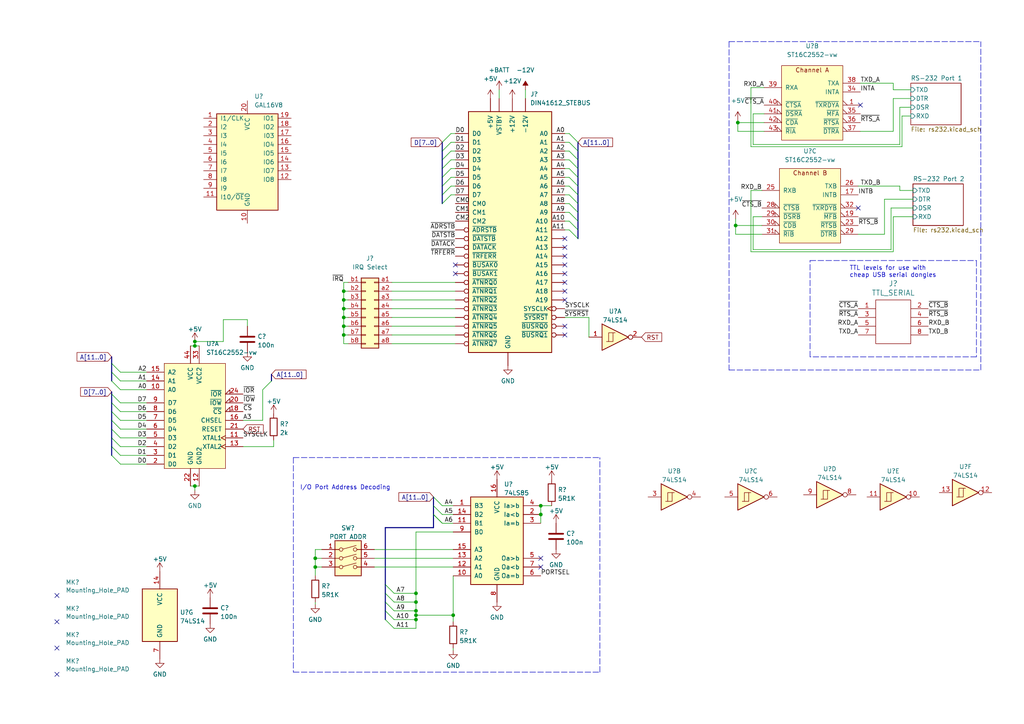
<source format=kicad_sch>
(kicad_sch (version 20211123) (generator eeschema)
  (paper "A4")
  (lib_symbols
    (symbol "+5V_1" (power) (pin_names (offset 0))
      (property "Value" "+5V_1" (at 0 3.556 0))
      (symbol "+5V_1_0_1"
        (polyline (pts (xy -0.762 1.27) (xy 0 2.54)))
        (polyline (pts (xy 0 0) (xy 0 2.54)))
        (polyline (pts (xy 0 2.54) (xy 0.762 1.27)))
      )
      (symbol "+5V_1_1_1"
        (pin power_in line (at 0 0 90) (length 0) hide (name "+5V") (number "1"))
      )
    )
    (symbol "+5V_2" (power) (pin_names (offset 0))
      (property "Value" "+5V_2" (at 0 3.556 0))
      (symbol "+5V_2_0_1"
        (polyline (pts (xy -0.762 1.27) (xy 0 2.54)))
        (polyline (pts (xy 0 0) (xy 0 2.54)))
        (polyline (pts (xy 0 2.54) (xy 0.762 1.27)))
      )
      (symbol "+5V_2_1_1"
        (pin power_in line (at 0 0 90) (length 0) hide (name "+5V") (number "1"))
      )
    )
    (symbol "74xx:74LS14" (pin_names (offset 1.016))
      (property "Reference" "U" (at 0 1.27 0))
      (property "Value" "74LS14" (at 0 -1.27 0))
      (symbol "74LS14_1_0"
        (polyline (pts (xy -3.81 3.81) (xy -3.81 -3.81) (xy 3.81 0) (xy -3.81 3.81)) (stroke (width 0.254)) (fill (type background)))
        (pin input line (at -7.62 0 0) (length 3.81) (name "~") (number "1"))
        (pin output inverted (at 7.62 0 180) (length 3.81) (name "~") (number "2"))
      )
      (symbol "74LS14_1_1"
        (polyline (pts (xy -1.905 -1.27) (xy -1.905 1.27) (xy -0.635 1.27)))
        (polyline (pts (xy -2.54 -1.27) (xy -0.635 -1.27) (xy -0.635 1.27) (xy 0 1.27)))
      )
      (symbol "74LS14_2_0"
        (polyline (pts (xy -3.81 3.81) (xy -3.81 -3.81) (xy 3.81 0) (xy -3.81 3.81)) (stroke (width 0.254)) (fill (type background)))
        (pin input line (at -7.62 0 0) (length 3.81) (name "~") (number "3"))
        (pin output inverted (at 7.62 0 180) (length 3.81) (name "~") (number "4"))
      )
      (symbol "74LS14_2_1"
        (polyline (pts (xy -1.905 -1.27) (xy -1.905 1.27) (xy -0.635 1.27)))
        (polyline (pts (xy -2.54 -1.27) (xy -0.635 -1.27) (xy -0.635 1.27) (xy 0 1.27)))
      )
      (symbol "74LS14_3_0"
        (polyline (pts (xy -3.81 3.81) (xy -3.81 -3.81) (xy 3.81 0) (xy -3.81 3.81)) (stroke (width 0.254)) (fill (type background)))
        (pin input line (at -7.62 0 0) (length 3.81) (name "~") (number "5"))
        (pin output inverted (at 7.62 0 180) (length 3.81) (name "~") (number "6"))
      )
      (symbol "74LS14_3_1"
        (polyline (pts (xy -1.905 -1.27) (xy -1.905 1.27) (xy -0.635 1.27)))
        (polyline (pts (xy -2.54 -1.27) (xy -0.635 -1.27) (xy -0.635 1.27) (xy 0 1.27)))
      )
      (symbol "74LS14_4_0"
        (polyline (pts (xy -3.81 3.81) (xy -3.81 -3.81) (xy 3.81 0) (xy -3.81 3.81)) (stroke (width 0.254)) (fill (type background)))
        (pin output inverted (at 7.62 0 180) (length 3.81) (name "~") (number "8"))
        (pin input line (at -7.62 0 0) (length 3.81) (name "~") (number "9"))
      )
      (symbol "74LS14_4_1"
        (polyline (pts (xy -1.905 -1.27) (xy -1.905 1.27) (xy -0.635 1.27)))
        (polyline (pts (xy -2.54 -1.27) (xy -0.635 -1.27) (xy -0.635 1.27) (xy 0 1.27)))
      )
      (symbol "74LS14_5_0"
        (polyline (pts (xy -3.81 3.81) (xy -3.81 -3.81) (xy 3.81 0) (xy -3.81 3.81)) (stroke (width 0.254)) (fill (type background)))
        (pin output inverted (at 7.62 0 180) (length 3.81) (name "~") (number "10"))
        (pin input line (at -7.62 0 0) (length 3.81) (name "~") (number "11"))
      )
      (symbol "74LS14_5_1"
        (polyline (pts (xy -1.905 -1.27) (xy -1.905 1.27) (xy -0.635 1.27)))
        (polyline (pts (xy -2.54 -1.27) (xy -0.635 -1.27) (xy -0.635 1.27) (xy 0 1.27)))
      )
      (symbol "74LS14_6_0"
        (polyline (pts (xy -3.81 3.81) (xy -3.81 -3.81) (xy 3.81 0) (xy -3.81 3.81)) (stroke (width 0.254)) (fill (type background)))
        (pin output inverted (at 7.62 0 180) (length 3.81) (name "~") (number "12"))
        (pin input line (at -7.62 0 0) (length 3.81) (name "~") (number "13"))
      )
      (symbol "74LS14_6_1"
        (polyline (pts (xy -1.905 -1.27) (xy -1.905 1.27) (xy -0.635 1.27)))
        (polyline (pts (xy -2.54 -1.27) (xy -0.635 -1.27) (xy -0.635 1.27) (xy 0 1.27)))
      )
      (symbol "74LS14_7_0"
        (pin power_in line (at 0 12.7 270) (length 5.08) (name "VCC") (number "14"))
        (pin power_in line (at 0 -12.7 90) (length 5.08) (name "GND") (number "7"))
      )
      (symbol "74LS14_7_1"
        (rectangle (start -5.08 7.62) (end 5.08 -7.62) (stroke (width 0.254)) (fill (type background)))
      )
    )
    (symbol "74xx:74LS85" (pin_names (offset 1.016))
      (property "Reference" "U" (at -7.62 13.97 0))
      (property "Value" "74LS85" (at -7.62 -13.97 0))
      (symbol "74LS85_1_0"
        (pin input line (at -12.7 10.16 0) (length 5.08) (name "B3") (number "1"))
        (pin input line (at -12.7 -10.16 0) (length 5.08) (name "A0") (number "10"))
        (pin input line (at -12.7 5.08 0) (length 5.08) (name "B1") (number "11"))
        (pin input line (at -12.7 -7.62 0) (length 5.08) (name "A1") (number "12"))
        (pin input line (at -12.7 -5.08 0) (length 5.08) (name "A2") (number "13"))
        (pin input line (at -12.7 7.62 0) (length 5.08) (name "B2") (number "14"))
        (pin input line (at -12.7 -2.54 0) (length 5.08) (name "A3") (number "15"))
        (pin power_in line (at 0 17.78 270) (length 5.08) (name "VCC") (number "16"))
        (pin input line (at 12.7 7.62 180) (length 5.08) (name "Ia<b") (number "2"))
        (pin input line (at 12.7 5.08 180) (length 5.08) (name "Ia=b") (number "3"))
        (pin input line (at 12.7 10.16 180) (length 5.08) (name "Ia>b") (number "4"))
        (pin output line (at 12.7 -5.08 180) (length 5.08) (name "Oa>b") (number "5"))
        (pin output line (at 12.7 -10.16 180) (length 5.08) (name "Oa=b") (number "6"))
        (pin output line (at 12.7 -7.62 180) (length 5.08) (name "Oa<b") (number "7"))
        (pin power_in line (at 0 -17.78 90) (length 5.08) (name "GND") (number "8"))
        (pin input line (at -12.7 2.54 0) (length 5.08) (name "B0") (number "9"))
      )
      (symbol "74LS85_1_1"
        (rectangle (start -7.62 12.7) (end 7.62 -12.7) (stroke (width 0.254)) (fill (type background)))
      )
    )
    (symbol "Connector_Generic:Conn_02x08_Row_Letter_First" (pin_names (offset 1.016) hide)
      (property "Reference" "J" (at 1.27 10.16 0))
      (property "Value" "Conn_02x08_Row_Letter_First" (at 1.27 -12.7 0))
      (symbol "Conn_02x08_Row_Letter_First_1_1"
        (rectangle (start -1.27 -10.033) (end 0 -10.287) (stroke (width 0.1524)))
        (rectangle (start -1.27 -7.493) (end 0 -7.747) (stroke (width 0.1524)))
        (rectangle (start -1.27 -4.953) (end 0 -5.207) (stroke (width 0.1524)))
        (rectangle (start -1.27 -2.413) (end 0 -2.667) (stroke (width 0.1524)))
        (rectangle (start -1.27 0.127) (end 0 -0.127) (stroke (width 0.1524)))
        (rectangle (start -1.27 2.667) (end 0 2.413) (stroke (width 0.1524)))
        (rectangle (start -1.27 5.207) (end 0 4.953) (stroke (width 0.1524)))
        (rectangle (start -1.27 7.747) (end 0 7.493) (stroke (width 0.1524)))
        (rectangle (start -1.27 8.89) (end 3.81 -11.43) (stroke (width 0.254)) (fill (type background)))
        (rectangle (start 3.81 -10.033) (end 2.54 -10.287) (stroke (width 0.1524)))
        (rectangle (start 3.81 -7.493) (end 2.54 -7.747) (stroke (width 0.1524)))
        (rectangle (start 3.81 -4.953) (end 2.54 -5.207) (stroke (width 0.1524)))
        (rectangle (start 3.81 -2.413) (end 2.54 -2.667) (stroke (width 0.1524)))
        (rectangle (start 3.81 0.127) (end 2.54 -0.127) (stroke (width 0.1524)))
        (rectangle (start 3.81 2.667) (end 2.54 2.413) (stroke (width 0.1524)))
        (rectangle (start 3.81 5.207) (end 2.54 4.953) (stroke (width 0.1524)))
        (rectangle (start 3.81 7.747) (end 2.54 7.493) (stroke (width 0.1524)))
        (pin passive line (at -5.08 7.62 0) (length 3.81) (name "Pin_a1") (number "a1"))
        (pin passive line (at -5.08 5.08 0) (length 3.81) (name "Pin_a2") (number "a2"))
        (pin passive line (at -5.08 2.54 0) (length 3.81) (name "Pin_a3") (number "a3"))
        (pin passive line (at -5.08 0 0) (length 3.81) (name "Pin_a4") (number "a4"))
        (pin passive line (at -5.08 -2.54 0) (length 3.81) (name "Pin_a5") (number "a5"))
        (pin passive line (at -5.08 -5.08 0) (length 3.81) (name "Pin_a6") (number "a6"))
        (pin passive line (at -5.08 -7.62 0) (length 3.81) (name "Pin_a7") (number "a7"))
        (pin passive line (at -5.08 -10.16 0) (length 3.81) (name "Pin_a8") (number "a8"))
        (pin passive line (at 7.62 7.62 180) (length 3.81) (name "Pin_b1") (number "b1"))
        (pin passive line (at 7.62 5.08 180) (length 3.81) (name "Pin_b2") (number "b2"))
        (pin passive line (at 7.62 2.54 180) (length 3.81) (name "Pin_b3") (number "b3"))
        (pin passive line (at 7.62 0 180) (length 3.81) (name "Pin_b4") (number "b4"))
        (pin passive line (at 7.62 -2.54 180) (length 3.81) (name "Pin_b5") (number "b5"))
        (pin passive line (at 7.62 -5.08 180) (length 3.81) (name "Pin_b6") (number "b6"))
        (pin passive line (at 7.62 -7.62 180) (length 3.81) (name "Pin_b7") (number "b7"))
        (pin passive line (at 7.62 -10.16 180) (length 3.81) (name "Pin_b8") (number "b8"))
      )
    )
    (symbol "Device:C" (pin_numbers hide) (pin_names (offset 0.254))
      (property "Reference" "C" (at 0.635 2.54 0))
      (property "Value" "C" (at 0.635 -2.54 0))
      (symbol "C_0_1"
        (polyline (pts (xy -2.032 -0.762) (xy 2.032 -0.762)) (stroke (width 0.508)))
        (polyline (pts (xy -2.032 0.762) (xy 2.032 0.762)) (stroke (width 0.508)))
      )
      (symbol "C_1_1"
        (pin passive line (at 0 3.81 270) (length 2.794) (name "~") (number "1"))
        (pin passive line (at 0 -3.81 90) (length 2.794) (name "~") (number "2"))
      )
    )
    (symbol "Device:R" (pin_numbers hide) (pin_names (offset 0))
      (property "Reference" "R" (at 2.032 0 90))
      (property "Value" "R" (at 0 0 90))
      (symbol "R_0_1"
        (rectangle (start -1.016 -2.54) (end 1.016 2.54) (stroke (width 0.254)))
      )
      (symbol "R_1_1"
        (pin passive line (at 0 3.81 270) (length 1.27) (name "~") (number "1"))
        (pin passive line (at 0 -3.81 90) (length 1.27) (name "~") (number "2"))
      )
    )
    (symbol "GND_1" (power) (pin_names (offset 0))
      (property "Value" "GND_1" (at 0 -3.81 0))
      (symbol "GND_1_0_1"
        (polyline (pts (xy 0 0) (xy 0 -1.27) (xy 1.27 -1.27) (xy 0 -2.54) (xy -1.27 -1.27) (xy 0 -1.27)))
      )
      (symbol "GND_1_1_1"
        (pin power_in line (at 0 0 270) (length 0) hide (name "GND") (number "1"))
      )
    )
    (symbol "GND_2" (power) (pin_names (offset 0))
      (property "Value" "GND_2" (at 0 -3.81 0))
      (symbol "GND_2_0_1"
        (polyline (pts (xy 0 0) (xy 0 -1.27) (xy 1.27 -1.27) (xy 0 -2.54) (xy -1.27 -1.27) (xy 0 -1.27)))
      )
      (symbol "GND_2_1_1"
        (pin power_in line (at 0 0 270) (length 0) hide (name "GND") (number "1"))
      )
    )
    (symbol "Logic_Programmable:GAL16V8" (pin_names (offset 1.016))
      (property "Reference" "U" (at -8.89 16.51 0))
      (property "Value" "GAL16V8" (at 1.27 16.51 0))
      (symbol "GAL16V8_0_0"
        (pin power_in line (at 0 -17.78 90) (length 3.81) (name "GND") (number "10"))
        (pin power_in line (at 0 17.78 270) (length 3.81) (name "VCC") (number "20"))
      )
      (symbol "GAL16V8_0_1"
        (rectangle (start -8.89 13.97) (end 8.89 -13.97) (stroke (width 0.254)) (fill (type background)))
      )
      (symbol "GAL16V8_1_1"
        (pin input line (at -12.7 12.7 0) (length 3.81) (name "I1/CLK") (number "1"))
        (pin input line (at -12.7 -10.16 0) (length 3.81) (name "I10/~{OE}") (number "11"))
        (pin tri_state line (at 12.7 -5.08 180) (length 3.81) (name "IO8") (number "12"))
        (pin tri_state line (at 12.7 -2.54 180) (length 3.81) (name "IO7") (number "13"))
        (pin tri_state line (at 12.7 0 180) (length 3.81) (name "IO6") (number "14"))
        (pin tri_state line (at 12.7 2.54 180) (length 3.81) (name "IO5") (number "15"))
        (pin tri_state line (at 12.7 5.08 180) (length 3.81) (name "IO4") (number "16"))
        (pin tri_state line (at 12.7 7.62 180) (length 3.81) (name "I03") (number "17"))
        (pin tri_state line (at 12.7 10.16 180) (length 3.81) (name "IO2") (number "18"))
        (pin tri_state line (at 12.7 12.7 180) (length 3.81) (name "IO1") (number "19"))
        (pin input line (at -12.7 10.16 0) (length 3.81) (name "I2") (number "2"))
        (pin input line (at -12.7 7.62 0) (length 3.81) (name "I3") (number "3"))
        (pin input line (at -12.7 5.08 0) (length 3.81) (name "I4") (number "4"))
        (pin input line (at -12.7 2.54 0) (length 3.81) (name "I5") (number "5"))
        (pin input line (at -12.7 0 0) (length 3.81) (name "I6") (number "6"))
        (pin input line (at -12.7 -2.54 0) (length 3.81) (name "I7") (number "7"))
        (pin input line (at -12.7 -5.08 0) (length 3.81) (name "I8") (number "8"))
        (pin input line (at -12.7 -7.62 0) (length 3.81) (name "I9") (number "9"))
      )
    )
    (symbol "Switch:SW_DIP_x03" (pin_names (offset 0) hide)
      (property "Reference" "SW" (at 0 8.89 0))
      (property "Value" "SW_DIP_x03" (at 0 -3.81 0))
      (symbol "SW_DIP_x03_0_0"
        (circle (center -2.032 0) (radius 0.508))
        (circle (center -2.032 2.54) (radius 0.508))
        (circle (center -2.032 5.08) (radius 0.508))
        (polyline (pts (xy -1.524 0.127) (xy 2.3622 1.1684)))
        (polyline (pts (xy -1.524 2.667) (xy 2.3622 3.7084)))
        (polyline (pts (xy -1.524 5.207) (xy 2.3622 6.2484)))
        (circle (center 2.032 0) (radius 0.508))
        (circle (center 2.032 2.54) (radius 0.508))
        (circle (center 2.032 5.08) (radius 0.508))
      )
      (symbol "SW_DIP_x03_0_1"
        (rectangle (start -3.81 7.62) (end 3.81 -2.54) (stroke (width 0.254)) (fill (type background)))
      )
      (symbol "SW_DIP_x03_1_1"
        (pin passive line (at -7.62 5.08 0) (length 5.08) (name "~") (number "1"))
        (pin passive line (at -7.62 2.54 0) (length 5.08) (name "~") (number "2"))
        (pin passive line (at -7.62 0 0) (length 5.08) (name "~") (number "3"))
        (pin passive line (at 7.62 0 180) (length 5.08) (name "~") (number "4"))
        (pin passive line (at 7.62 2.54 180) (length 5.08) (name "~") (number "5"))
        (pin passive line (at 7.62 5.08 180) (length 5.08) (name "~") (number "6"))
      )
    )
    (symbol "power:+12V" (power) (pin_names (offset 0))
      (property "Value" "+12V" (at 0 3.556 0))
      (symbol "+12V_0_1"
        (polyline (pts (xy -0.762 1.27) (xy 0 2.54)))
        (polyline (pts (xy 0 0) (xy 0 2.54)))
        (polyline (pts (xy 0 2.54) (xy 0.762 1.27)))
      )
      (symbol "+12V_1_1"
        (pin power_in line (at 0 0 90) (length 0) hide (name "+12V") (number "1"))
      )
    )
    (symbol "power:+5V" (power) (pin_names (offset 0))
      (property "Value" "+5V" (at 0 3.556 0))
      (symbol "+5V_0_1"
        (polyline (pts (xy -0.762 1.27) (xy 0 2.54)))
        (polyline (pts (xy 0 0) (xy 0 2.54)))
        (polyline (pts (xy 0 2.54) (xy 0.762 1.27)))
      )
      (symbol "+5V_1_1"
        (pin power_in line (at 0 0 90) (length 0) hide (name "+5V") (number "1"))
      )
    )
    (symbol "power:+BATT" (power) (pin_names (offset 0))
      (property "Value" "+BATT" (at 0 3.556 0))
      (symbol "+BATT_0_1"
        (polyline (pts (xy -0.762 1.27) (xy 0 2.54)))
        (polyline (pts (xy 0 0) (xy 0 2.54)))
        (polyline (pts (xy 0 2.54) (xy 0.762 1.27)))
      )
      (symbol "+BATT_1_1"
        (pin power_in line (at 0 0 90) (length 0) hide (name "+BATT") (number "1"))
      )
    )
    (symbol "power:-12V" (power) (pin_names (offset 0))
      (property "Value" "-12V" (at 0 3.81 0))
      (symbol "-12V_0_0"
        (pin power_in line (at 0 0 90) (length 0) hide (name "-12V") (number "1"))
      )
      (symbol "-12V_0_1"
        (polyline (pts (xy 0 0) (xy 0 1.27) (xy 0.762 1.27) (xy 0 2.54) (xy -0.762 1.27) (xy 0 1.27)) (fill (type outline)))
      )
    )
    (symbol "power:GND" (power) (pin_names (offset 0))
      (property "Value" "GND" (at 0 -3.81 0))
      (symbol "GND_0_1"
        (polyline (pts (xy 0 0) (xy 0 -1.27) (xy 1.27 -1.27) (xy 0 -2.54) (xy -1.27 -1.27) (xy 0 -1.27)))
      )
      (symbol "GND_1_1"
        (pin power_in line (at 0 0 270) (length 0) hide (name "GND") (number "1"))
      )
    )
    (symbol "vw:DIN41612_STEBUS" (pin_numbers hide) (pin_names (offset 1.016))
      (property "Reference" "J?" (at 7.62 39.37 0))
      (property "Value" "DIN41612_STEBUS" (at 15.24 36.83 0))
      (symbol "DIN41612_STEBUS_1_1"
        (rectangle (start -11.43 34.29) (end 12.7 -35.56) (stroke (width 0.254)) (fill (type background)))
        (pin passive line (at 0 3.81 0) (length 3.81) hide (name "GND") (number "a1"))
        (pin bidirectional line (at 16.51 12.7 180) (length 3.81) (name "A6") (number "a10"))
        (pin bidirectional line (at 16.51 7.62 180) (length 3.81) (name "A8") (number "a11"))
        (pin bidirectional line (at 16.51 2.54 180) (length 3.81) (name "A10") (number "a12"))
        (pin bidirectional line (at 16.51 -2.54 180) (length 3.81) (name "A12") (number "a13"))
        (pin bidirectional line (at 16.51 -7.62 180) (length 3.81) (name "A14") (number "a14"))
        (pin bidirectional line (at 16.51 -12.7 180) (length 3.81) (name "A16") (number "a15"))
        (pin bidirectional line (at 16.51 -17.78 180) (length 3.81) (name "A18") (number "a16"))
        (pin bidirectional line (at -15.24 7.62 0) (length 3.81) (name "CM0") (number "a17"))
        (pin bidirectional line (at -15.24 2.54 0) (length 3.81) (name "CM2") (number "a18"))
        (pin bidirectional inverted (at -15.24 0 0) (length 3.81) (name "~{ADRSTB}") (number "a19"))
        (pin passive line (at 0 21.59 0) (length 3.81) hide (name "+5V") (number "a2"))
        (pin bidirectional inverted (at -15.24 -5.08 0) (length 3.81) (name "~{DATACK}") (number "a20"))
        (pin bidirectional inverted (at -15.24 -7.62 0) (length 3.81) (name "~{TRFERR}") (number "a21"))
        (pin bidirectional inverted (at -15.24 -15.24 0) (length 3.81) (name "~{ATNRQ0}") (number "a22"))
        (pin bidirectional inverted (at -15.24 -20.32 0) (length 3.81) (name "~{ATNRQ2}") (number "a23"))
        (pin bidirectional inverted (at -15.24 -25.4 0) (length 3.81) (name "~{ATNRQ4}") (number "a24"))
        (pin bidirectional inverted (at -15.24 -30.48 0) (length 3.81) (name "~{ATNRQ6}") (number "a25"))
        (pin passive line (at 0 11.43 0) (length 3.81) hide (name "GND") (number "a26"))
        (pin bidirectional inverted (at 16.51 -27.94 180) (length 3.81) (name "~{BUSRQ0}") (number "a27"))
        (pin bidirectional inverted (at -15.24 -10.16 0) (length 3.81) (name "~{BUSAK0}") (number "a28"))
        (pin bidirectional inverted_clock (at 16.51 -22.86 180) (length 3.81) (name "SYSCLK") (number "a29"))
        (pin bidirectional line (at -15.24 27.94 0) (length 3.81) (name "D0") (number "a3"))
        (pin power_out line (at 5.08 38.1 270) (length 3.81) (name "-12V") (number "a30"))
        (pin power_out line (at -5.08 38.1 270) (length 3.81) (name "+5V") (number "a31"))
        (pin passive line (at 0 19.05 0) (length 3.81) hide (name "GND") (number "a32"))
        (pin bidirectional line (at -15.24 22.86 0) (length 3.81) (name "D2") (number "a4"))
        (pin bidirectional line (at -15.24 17.78 0) (length 3.81) (name "D4") (number "a5"))
        (pin bidirectional line (at -15.24 12.7 0) (length 3.81) (name "D6") (number "a6"))
        (pin bidirectional line (at 16.51 27.94 180) (length 3.81) (name "A0") (number "a7"))
        (pin bidirectional line (at 16.51 22.86 180) (length 3.81) (name "A2") (number "a8"))
        (pin bidirectional line (at 16.51 17.78 180) (length 3.81) (name "A4") (number "a9"))
        (pin power_out line (at 0 -39.37 90) (length 3.81) (name "GND") (number "c1"))
        (pin bidirectional line (at 16.51 15.24 180) (length 3.81) (name "A5") (number "c10"))
        (pin bidirectional line (at 16.51 10.16 180) (length 3.81) (name "A7") (number "c11"))
        (pin bidirectional line (at 16.51 5.08 180) (length 3.81) (name "A9") (number "c12"))
        (pin bidirectional line (at 16.51 0 180) (length 3.81) (name "A11") (number "c13"))
        (pin bidirectional line (at 16.51 -5.08 180) (length 3.81) (name "A13") (number "c14"))
        (pin bidirectional line (at 16.51 -10.16 180) (length 3.81) (name "A15") (number "c15"))
        (pin bidirectional line (at 16.51 -15.24 180) (length 3.81) (name "A17") (number "c16"))
        (pin bidirectional line (at 16.51 -20.32 180) (length 3.81) (name "A19") (number "c17"))
        (pin bidirectional line (at -15.24 5.08 0) (length 3.81) (name "CM1") (number "c18"))
        (pin passive line (at 0 13.97 0) (length 3.81) hide (name "GND") (number "c19"))
        (pin passive line (at 0 24.13 0) (length 3.81) hide (name "+5V") (number "c2"))
        (pin bidirectional inverted (at -15.24 -2.54 0) (length 3.81) (name "~{DATSTB}") (number "c20"))
        (pin passive line (at 0 8.89 0) (length 3.81) hide (name "GND") (number "c21"))
        (pin bidirectional inverted (at 16.51 -25.4 180) (length 3.81) (name "~{SYSRST}") (number "c22"))
        (pin bidirectional inverted (at -15.24 -17.78 0) (length 3.81) (name "~{ATNRQ1}") (number "c23"))
        (pin bidirectional inverted (at -15.24 -22.86 0) (length 3.81) (name "~{ATNRQ3}") (number "c24"))
        (pin bidirectional inverted (at -15.24 -27.94 0) (length 3.81) (name "~{ATNRQ5}") (number "c25"))
        (pin bidirectional inverted (at -15.24 -33.02 0) (length 3.81) (name "~{ATNRQ7}") (number "c26"))
        (pin bidirectional inverted (at 16.51 -30.48 180) (length 3.81) (name "~{BUSRQ1}") (number "c27"))
        (pin bidirectional inverted (at -15.24 -12.7 0) (length 3.81) (name "~{BUSAK1}") (number "c28"))
        (pin power_out line (at -2.54 38.1 270) (length 3.81) (name "VSTBY") (number "c29"))
        (pin bidirectional line (at -15.24 25.4 0) (length 3.81) (name "D1") (number "c3"))
        (pin power_out line (at 1.27 38.1 270) (length 3.81) (name "+12V") (number "c30"))
        (pin passive line (at 0 26.67 0) (length 3.81) hide (name "+5V") (number "c31"))
        (pin passive line (at 0 16.51 0) (length 3.81) hide (name "GND") (number "c32"))
        (pin bidirectional line (at -15.24 20.32 0) (length 3.81) (name "D3") (number "c4"))
        (pin bidirectional line (at -15.24 15.24 0) (length 3.81) (name "D5") (number "c5"))
        (pin bidirectional line (at -15.24 10.16 0) (length 3.81) (name "D7") (number "c6"))
        (pin passive line (at 0 6.35 0) (length 3.81) hide (name "GND") (number "c7"))
        (pin bidirectional line (at 16.51 25.4 180) (length 3.81) (name "A1") (number "c8"))
        (pin bidirectional line (at 16.51 20.32 180) (length 3.81) (name "A3") (number "c9"))
      )
    )
    (symbol "vw:ST16C2552-vw" (pin_names (offset 1.016))
      (property "Reference" "U" (at 5.08 16.51 0))
      (property "Value" "ST16C2552-vw" (at -10.16 16.51 0))
      (symbol "ST16C2552-vw_1_0"
        (rectangle (start -8.89 15.24) (end 8.89 -15.24) (fill (type background)))
        (pin input line (at -13.97 7.62 0) (length 5.08) (name "A0") (number "10"))
        (pin input clock (at 13.97 -6.35 180) (length 5.08) (name "XTAL1") (number "11"))
        (pin power_in line (at 1.27 -20.32 90) (length 5.08) (name "GND2") (number "12"))
        (pin output clock (at 13.97 -8.89 180) (length 5.08) (name "XTAL2") (number "13"))
        (pin input line (at -13.97 10.16 0) (length 5.08) (name "A1") (number "14"))
        (pin input line (at -13.97 12.7 0) (length 5.08) (name "A2") (number "15"))
        (pin input line (at 13.97 -1.27 180) (length 5.08) (name "CHSEL") (number "16"))
        (pin input input_low (at 13.97 1.27 180) (length 5.08) (name "~{CS}") (number "18"))
        (pin bidirectional line (at -13.97 -13.97 0) (length 5.08) (name "D0") (number "2"))
        (pin input input_low (at 13.97 3.81 180) (length 5.08) (name "~{IOW}") (number "20"))
        (pin input line (at 13.97 -3.81 180) (length 5.08) (name "RESET") (number "21"))
        (pin power_in line (at -1.27 -20.32 90) (length 5.08) (name "GND") (number "22"))
        (pin input input_low (at 13.97 6.35 180) (length 5.08) (name "~{IOR}") (number "24"))
        (pin bidirectional line (at -13.97 -11.43 0) (length 5.08) (name "D1") (number "3"))
        (pin power_in line (at 1.27 20.32 270) (length 5.08) (name "VCC2") (number "33"))
        (pin bidirectional line (at -13.97 -8.89 0) (length 5.08) (name "D2") (number "4"))
        (pin power_in line (at -1.27 20.32 270) (length 5.08) (name "VCC") (number "44"))
        (pin bidirectional line (at -13.97 -6.35 0) (length 5.08) (name "D3") (number "5"))
        (pin bidirectional line (at -13.97 -3.81 0) (length 5.08) (name "D4") (number "6"))
        (pin bidirectional line (at -13.97 -1.27 0) (length 5.08) (name "D5") (number "7"))
        (pin bidirectional line (at -13.97 1.27 0) (length 5.08) (name "D6") (number "8"))
        (pin bidirectional line (at -13.97 3.81 0) (length 5.08) (name "D7") (number "9"))
      )
      (symbol "ST16C2552-vw_2_0"
        (text "Channel A" (at 0 8.89 0) (effects (font (size 1.27 1.27))))
      )
      (symbol "ST16C2552-vw_2_1"
        (rectangle (start -8.89 10.16) (end 8.89 -11.43) (fill (type background)))
        (pin output output_low (at 13.97 -1.27 180) (length 5.08) (name "~{TXRDYA}") (number "1"))
        (pin output line (at 13.97 2.54 180) (length 5.08) (name "INTA") (number "34"))
        (pin output output_low (at 13.97 -3.81 180) (length 5.08) (name "~{MFA}") (number "35"))
        (pin output output_low (at 13.97 -6.35 180) (length 5.08) (name "~{RTSA}") (number "36"))
        (pin output output_low (at 13.97 -8.89 180) (length 5.08) (name "~{DTRA}") (number "37"))
        (pin output line (at 13.97 5.08 180) (length 5.08) (name "TXA") (number "38"))
        (pin input line (at -13.97 3.81 0) (length 5.08) (name "RXA") (number "39"))
        (pin input input_low (at -13.97 -1.27 0) (length 5.08) (name "~{CTSA}") (number "40"))
        (pin input input_low (at -13.97 -3.81 0) (length 5.08) (name "~{DSRA}") (number "41"))
        (pin input input_low (at -13.97 -6.35 0) (length 5.08) (name "~{CDA}") (number "42"))
        (pin input input_low (at -13.97 -8.89 0) (length 5.08) (name "~{RIA}") (number "43"))
      )
      (symbol "ST16C2552-vw_3_0"
        (pin input line (at -13.97 3.81 0) (length 5.08) (name "RXB") (number "25"))
        (pin output line (at 13.97 5.08 180) (length 5.08) (name "TXB") (number "26"))
      )
      (symbol "ST16C2552-vw_3_1"
        (rectangle (start -8.89 10.16) (end 8.89 -11.43) (fill (type background)))
        (text "Channel B" (at 0 8.89 0) (effects (font (size 1.27 1.27))))
        (pin output line (at 13.97 2.54 180) (length 5.08) (name "INTB") (number "17"))
        (pin output output_low (at 13.97 -3.81 180) (length 5.08) (name "~{MFB}") (number "19"))
        (pin output output_low (at 13.97 -6.35 180) (length 5.08) (name "~{RTSB}") (number "23"))
        (pin input input_low (at -13.97 -1.27 0) (length 5.08) (name "~{CTSB}") (number "28"))
        (pin input input_low (at -13.97 -3.81 0) (length 5.08) (name "~{DSRB}") (number "29"))
        (pin output output_low (at 13.97 -8.89 180) (length 5.08) (name "~{DTRB}") (number "29"))
        (pin input input_low (at -13.97 -6.35 0) (length 5.08) (name "~{CDB}") (number "30"))
        (pin input input_low (at -13.97 -8.89 0) (length 5.08) (name "~{RIB}") (number "31"))
        (pin output output_low (at 13.97 -1.27 180) (length 5.08) (name "~{TXRDYB}") (number "32"))
      )
    )
    (symbol "zara80-cpu-rescue:HEADER_2X4-header" (pin_names (offset 1.016))
      (property "Reference" "J" (at 0 7.62 0))
      (property "Value" "HEADER_2X4-header" (at 0 -7.62 0))
      (symbol "HEADER_2X4-header_0_1"
        (rectangle (start -5.08 6.35) (end 5.08 -6.35))
      )
      (symbol "HEADER_2X4-header_1_1"
        (pin passive line (at -10.16 3.81 0) (length 5.08) (name "~") (number "1"))
        (pin passive line (at 10.16 3.81 180) (length 5.08) (name "~") (number "2"))
        (pin passive line (at -10.16 1.27 0) (length 5.08) (name "~") (number "3"))
        (pin passive line (at 10.16 1.27 180) (length 5.08) (name "~") (number "4"))
        (pin passive line (at -10.16 -1.27 0) (length 5.08) (name "~") (number "5"))
        (pin passive line (at 10.16 -1.27 180) (length 5.08) (name "~") (number "6"))
        (pin passive line (at -10.16 -3.81 0) (length 5.08) (name "~") (number "7"))
        (pin passive line (at 10.16 -3.81 180) (length 5.08) (name "~") (number "8"))
      )
    )
  )
  (bus_alias "SYNC" (members "~{ADRSTB}" "~{DATSTB}" "~{DATACK}" "~{TRFERR}"))
  (junction (at 56.515 100.33))
  (junction (at 156.845 146.685))
  (junction (at 131.445 178.435))
  (junction (at 56.515 140.97))
  (junction (at 120.65 179.705))
  (junction (at 91.44 164.465))
  (junction (at 156.845 149.225))
  (junction (at 56.515 99.06))
  (junction (at 120.65 177.165))
  (junction (at 91.44 161.925))
  (junction (at 213.995 35.56))
  (junction (at 99.695 94.615))
  (junction (at 120.65 178.435))
  (junction (at 120.65 174.625))
  (junction (at 120.65 172.085))
  (junction (at 99.695 92.075))
  (junction (at 99.695 97.155))
  (junction (at 213.36 65.405))
  (junction (at 99.695 86.995))
  (junction (at 99.695 89.535))
  (junction (at 99.695 84.455))
  (no_connect (at 16.51 172.72))
  (no_connect (at 156.845 161.925))
  (no_connect (at 163.83 84.455))
  (no_connect (at 163.83 76.835))
  (no_connect (at 163.83 86.995))
  (no_connect (at 132.08 76.835))
  (no_connect (at 132.08 79.375))
  (no_connect (at 163.83 94.615))
  (no_connect (at 163.83 71.755))
  (no_connect (at 248.92 60.325))
  (no_connect (at 16.51 195.58))
  (no_connect (at 16.51 187.96))
  (no_connect (at 163.83 81.915))
  (no_connect (at 16.51 180.34))
  (no_connect (at 163.83 97.155))
  (no_connect (at 163.83 69.215))
  (no_connect (at 249.555 30.48))
  (no_connect (at 163.83 74.295))
  (no_connect (at 163.83 79.375))
  (no_connect (at 156.845 164.465))
  (bus_entry (at 111.76 172.085) (size 2.54 2.54))
  (bus_entry (at 32.385 129.54) (size 2.54 2.54))
  (bus_entry (at 165.1 46.355) (size 2.54 2.54))
  (bus_entry (at 165.1 59.055) (size 2.54 2.54))
  (bus_entry (at 32.385 105.41) (size 2.54 2.54))
  (bus_entry (at 165.1 48.895) (size 2.54 2.54))
  (bus_entry (at 111.76 179.705) (size 2.54 2.54))
  (bus_entry (at 78.74 110.49) (size -2.54 2.54))
  (bus_entry (at 130.81 43.815) (size -2.54 2.54))
  (bus_entry (at 32.385 114.3) (size 2.54 2.54))
  (bus_entry (at 125.73 149.225) (size 2.54 2.54))
  (bus_entry (at 130.81 53.975) (size -2.54 2.54))
  (bus_entry (at 165.1 64.135) (size 2.54 2.54))
  (bus_entry (at 32.385 132.08) (size 2.54 2.54))
  (bus_entry (at 165.1 66.675) (size 2.54 2.54))
  (bus_entry (at 165.1 56.515) (size 2.54 2.54))
  (bus_entry (at 125.73 144.145) (size 2.54 2.54))
  (bus_entry (at 130.81 56.515) (size -2.54 2.54))
  (bus_entry (at 130.81 48.895) (size -2.54 2.54))
  (bus_entry (at 165.1 51.435) (size 2.54 2.54))
  (bus_entry (at 32.385 110.49) (size 2.54 2.54))
  (bus_entry (at 32.385 119.38) (size 2.54 2.54))
  (bus_entry (at 125.73 149.225) (size 2.54 2.54))
  (bus_entry (at 165.1 41.275) (size 2.54 2.54))
  (bus_entry (at 32.385 116.84) (size 2.54 2.54))
  (bus_entry (at 165.1 38.735) (size 2.54 2.54))
  (bus_entry (at 165.1 61.595) (size 2.54 2.54))
  (bus_entry (at 130.81 38.735) (size -2.54 2.54))
  (bus_entry (at 125.73 146.685) (size 2.54 2.54))
  (bus_entry (at 111.76 174.625) (size 2.54 2.54))
  (bus_entry (at 32.385 124.46) (size 2.54 2.54))
  (bus_entry (at 165.1 53.975) (size 2.54 2.54))
  (bus_entry (at 111.76 177.165) (size 2.54 2.54))
  (bus_entry (at 130.81 46.355) (size -2.54 2.54))
  (bus_entry (at 32.385 127) (size 2.54 2.54))
  (bus_entry (at 130.81 41.275) (size -2.54 2.54))
  (bus_entry (at 165.1 43.815) (size 2.54 2.54))
  (bus_entry (at 111.76 169.545) (size 2.54 2.54))
  (bus_entry (at 32.385 107.95) (size 2.54 2.54))
  (bus_entry (at 32.385 121.92) (size 2.54 2.54))
  (bus_entry (at 130.81 51.435) (size -2.54 2.54))
  (wire (pts (xy 249.555 24.13) (xy 259.08 24.13)))
  (bus (pts (xy 111.76 177.165) (xy 111.76 179.705)))
  (wire (pts (xy 34.925 119.38) (xy 42.545 119.38)))
  (wire (pts (xy 120.65 182.245) (xy 120.65 179.705)))
  (wire (pts (xy 213.995 34.925) (xy 213.995 35.56)))
  (bus (pts (xy 128.27 41.275) (xy 128.27 43.815)))
  (wire (pts (xy 120.65 178.435) (xy 120.65 177.165)))
  (wire (pts (xy 113.665 84.455) (xy 132.08 84.455)))
  (wire (pts (xy 34.925 116.84) (xy 42.545 116.84)))
  (wire (pts (xy 213.36 65.405) (xy 220.98 65.405)))
  (wire (pts (xy 99.695 99.695) (xy 100.965 99.695)))
  (wire (pts (xy 130.81 46.355) (xy 132.08 46.355)))
  (wire (pts (xy 248.92 67.945) (xy 256.54 67.945)))
  (wire (pts (xy 261.62 42.545) (xy 261.62 33.655)))
  (bus (pts (xy 32.385 116.84) (xy 32.385 119.38)))
  (wire (pts (xy 100.965 84.455) (xy 99.695 84.455)))
  (wire (pts (xy 99.695 89.535) (xy 100.965 89.535)))
  (wire (pts (xy 259.08 73.025) (xy 259.08 62.865)))
  (wire (pts (xy 258.445 72.39) (xy 258.445 60.325)))
  (wire (pts (xy 70.485 129.54) (xy 79.375 129.54)))
  (wire (pts (xy 163.83 59.055) (xy 165.1 59.055)))
  (polyline (pts (xy 211.455 12.065) (xy 211.455 107.315)))
  (wire (pts (xy 259.08 26.035) (xy 264.16 26.035)))
  (polyline (pts (xy 211.455 107.315) (xy 284.48 107.315)))
  (wire (pts (xy 114.3 177.165) (xy 120.65 177.165)))
  (wire (pts (xy 99.695 92.075) (xy 99.695 94.615)))
  (wire (pts (xy 56.515 140.97) (xy 57.785 140.97)))
  (wire (pts (xy 218.44 62.865) (xy 218.44 72.39)))
  (wire (pts (xy 91.44 167.005) (xy 91.44 164.465)))
  (bus (pts (xy 128.27 46.355) (xy 128.27 48.895)))
  (bus (pts (xy 128.27 51.435) (xy 128.27 53.975)))
  (polyline (pts (xy 211.455 12.065) (xy 284.48 12.065)))
  (bus (pts (xy 32.385 121.92) (xy 32.385 124.46)))
  (wire (pts (xy 128.27 149.225) (xy 131.445 149.225)))
  (wire (pts (xy 99.695 94.615) (xy 99.695 97.155)))
  (wire (pts (xy 113.665 92.075) (xy 132.08 92.075)))
  (wire (pts (xy 163.83 53.975) (xy 165.1 53.975)))
  (bus (pts (xy 128.27 56.515) (xy 128.27 59.055)))
  (wire (pts (xy 99.695 97.155) (xy 99.695 99.695)))
  (wire (pts (xy 71.755 92.71) (xy 71.755 94.615)))
  (wire (pts (xy 34.925 113.03) (xy 42.545 113.03)))
  (wire (pts (xy 260.985 53.975) (xy 260.985 55.245)))
  (wire (pts (xy 114.3 182.245) (xy 120.65 182.245)))
  (polyline (pts (xy 284.48 107.315) (xy 284.48 12.065)))
  (bus (pts (xy 125.73 144.145) (xy 125.73 146.685)))
  (wire (pts (xy 120.65 177.165) (xy 120.65 174.625)))
  (wire (pts (xy 56.515 99.06) (xy 64.77 99.06)))
  (wire (pts (xy 108.585 164.465) (xy 131.445 164.465)))
  (wire (pts (xy 261.62 33.655) (xy 264.16 33.655)))
  (wire (pts (xy 79.375 127.635) (xy 79.375 129.54)))
  (bus (pts (xy 125.73 146.685) (xy 125.73 149.225)))
  (wire (pts (xy 64.77 99.06) (xy 64.77 92.71)))
  (wire (pts (xy 99.695 89.535) (xy 99.695 92.075)))
  (wire (pts (xy 130.81 41.275) (xy 132.08 41.275)))
  (wire (pts (xy 113.665 97.155) (xy 132.08 97.155)))
  (wire (pts (xy 163.83 61.595) (xy 165.1 61.595)))
  (wire (pts (xy 256.54 67.945) (xy 256.54 57.785)))
  (wire (pts (xy 213.36 65.405) (xy 213.36 67.945)))
  (bus (pts (xy 32.385 127) (xy 32.385 129.54)))
  (polyline (pts (xy 85.09 132.715) (xy 173.99 132.715)))
  (wire (pts (xy 258.445 60.325) (xy 264.795 60.325)))
  (bus (pts (xy 167.64 59.055) (xy 167.64 61.595)))
  (wire (pts (xy 217.805 55.245) (xy 217.805 73.025)))
  (bus (pts (xy 128.27 43.815) (xy 128.27 46.355)))
  (polyline (pts (xy 283.21 75.565) (xy 283.21 103.505)))
  (wire (pts (xy 55.245 140.97) (xy 56.515 140.97)))
  (bus (pts (xy 32.385 114.3) (xy 32.385 116.84)))
  (wire (pts (xy 34.925 121.92) (xy 42.545 121.92)))
  (wire (pts (xy 91.44 174.625) (xy 91.44 175.26)))
  (polyline (pts (xy 85.09 194.945) (xy 173.99 194.945)))
  (bus (pts (xy 167.64 51.435) (xy 167.64 53.975)))
  (wire (pts (xy 128.27 146.685) (xy 131.445 146.685)))
  (wire (pts (xy 130.81 51.435) (xy 132.08 51.435)))
  (wire (pts (xy 131.445 167.005) (xy 131.445 178.435)))
  (wire (pts (xy 260.985 31.115) (xy 264.16 31.115)))
  (wire (pts (xy 120.65 154.305) (xy 131.445 154.305)))
  (wire (pts (xy 220.98 62.865) (xy 218.44 62.865)))
  (wire (pts (xy 259.08 38.1) (xy 259.08 28.575)))
  (wire (pts (xy 34.925 132.08) (xy 42.545 132.08)))
  (wire (pts (xy 259.08 24.13) (xy 259.08 26.035)))
  (wire (pts (xy 114.3 174.625) (xy 120.65 174.625)))
  (wire (pts (xy 56.515 99.06) (xy 56.515 100.33)))
  (wire (pts (xy 218.44 33.02) (xy 218.44 41.91)))
  (bus (pts (xy 32.385 105.41) (xy 32.385 107.95)))
  (wire (pts (xy 130.81 53.975) (xy 132.08 53.975)))
  (wire (pts (xy 163.83 92.075) (xy 170.815 92.075)))
  (wire (pts (xy 99.695 94.615) (xy 100.965 94.615)))
  (bus (pts (xy 128.27 53.975) (xy 128.27 56.515)))
  (wire (pts (xy 217.805 73.025) (xy 259.08 73.025)))
  (wire (pts (xy 260.985 41.91) (xy 260.985 31.115)))
  (wire (pts (xy 130.81 56.515) (xy 132.08 56.515)))
  (polyline (pts (xy 85.09 132.715) (xy 85.09 194.945)))
  (bus (pts (xy 167.64 61.595) (xy 167.64 64.135)))
  (wire (pts (xy 221.615 33.02) (xy 218.44 33.02)))
  (bus (pts (xy 111.76 172.085) (xy 111.76 174.625)))
  (wire (pts (xy 76.2 121.92) (xy 70.485 121.92)))
  (wire (pts (xy 213.995 38.1) (xy 221.615 38.1)))
  (wire (pts (xy 256.54 57.785) (xy 264.795 57.785)))
  (wire (pts (xy 213.36 63.5) (xy 213.36 65.405)))
  (wire (pts (xy 163.83 51.435) (xy 165.1 51.435)))
  (wire (pts (xy 131.445 178.435) (xy 131.445 180.34)))
  (bus (pts (xy 32.385 129.54) (xy 32.385 132.08)))
  (bus (pts (xy 125.73 149.225) (xy 125.73 153.035)))
  (bus (pts (xy 167.64 66.675) (xy 167.64 69.215)))
  (wire (pts (xy 221.615 25.4) (xy 217.805 25.4)))
  (polyline (pts (xy 173.99 194.945) (xy 173.99 132.715)))
  (wire (pts (xy 163.83 43.815) (xy 165.1 43.815)))
  (wire (pts (xy 156.845 149.225) (xy 156.845 151.765)))
  (wire (pts (xy 91.44 164.465) (xy 91.44 161.925)))
  (bus (pts (xy 167.64 53.975) (xy 167.64 56.515)))
  (bus (pts (xy 111.76 169.545) (xy 111.76 172.085)))
  (wire (pts (xy 130.81 43.815) (xy 132.08 43.815)))
  (wire (pts (xy 217.805 42.545) (xy 261.62 42.545)))
  (polyline (pts (xy 234.95 75.565) (xy 283.21 75.565)))
  (wire (pts (xy 91.44 161.925) (xy 91.44 159.385)))
  (bus (pts (xy 128.27 48.895) (xy 128.27 51.435)))
  (wire (pts (xy 113.665 86.995) (xy 132.08 86.995)))
  (wire (pts (xy 170.815 92.075) (xy 170.815 97.79)))
  (wire (pts (xy 163.83 48.895) (xy 165.1 48.895)))
  (wire (pts (xy 152.4 26.035) (xy 152.4 28.575)))
  (wire (pts (xy 113.665 94.615) (xy 132.08 94.615)))
  (wire (pts (xy 99.695 92.075) (xy 100.965 92.075)))
  (wire (pts (xy 99.695 84.455) (xy 99.695 86.995)))
  (wire (pts (xy 218.44 72.39) (xy 258.445 72.39)))
  (wire (pts (xy 260.985 55.245) (xy 264.795 55.245)))
  (wire (pts (xy 160.02 146.685) (xy 156.845 146.685)))
  (wire (pts (xy 248.92 53.975) (xy 260.985 53.975)))
  (wire (pts (xy 91.44 159.385) (xy 93.345 159.385)))
  (bus (pts (xy 167.64 43.815) (xy 167.64 46.355)))
  (wire (pts (xy 108.585 161.925) (xy 131.445 161.925)))
  (bus (pts (xy 167.64 64.135) (xy 167.64 66.675)))
  (wire (pts (xy 99.695 86.995) (xy 100.965 86.995)))
  (bus (pts (xy 167.64 41.275) (xy 167.64 43.815)))
  (wire (pts (xy 120.65 178.435) (xy 131.445 178.435)))
  (wire (pts (xy 259.08 28.575) (xy 264.16 28.575)))
  (wire (pts (xy 99.695 86.995) (xy 99.695 89.535)))
  (wire (pts (xy 163.83 66.675) (xy 165.1 66.675)))
  (bus (pts (xy 111.76 153.035) (xy 111.76 169.545)))
  (bus (pts (xy 32.385 103.505) (xy 32.385 105.41)))
  (bus (pts (xy 78.74 108.585) (xy 78.74 110.49)))
  (wire (pts (xy 100.965 81.915) (xy 99.695 81.915)))
  (wire (pts (xy 113.665 99.695) (xy 132.08 99.695)))
  (bus (pts (xy 32.385 113.665) (xy 32.385 114.3)))
  (wire (pts (xy 34.925 110.49) (xy 42.545 110.49)))
  (wire (pts (xy 99.695 97.155) (xy 100.965 97.155)))
  (wire (pts (xy 220.98 55.245) (xy 217.805 55.245)))
  (wire (pts (xy 163.83 56.515) (xy 165.1 56.515)))
  (wire (pts (xy 76.2 113.03) (xy 76.2 121.92)))
  (bus (pts (xy 167.64 56.515) (xy 167.64 59.055)))
  (wire (pts (xy 34.925 127) (xy 42.545 127)))
  (wire (pts (xy 64.77 92.71) (xy 71.755 92.71)))
  (bus (pts (xy 32.385 124.46) (xy 32.385 127)))
  (wire (pts (xy 34.925 124.46) (xy 42.545 124.46)))
  (wire (pts (xy 156.845 146.685) (xy 156.845 149.225)))
  (wire (pts (xy 213.995 35.56) (xy 213.995 38.1)))
  (wire (pts (xy 249.555 38.1) (xy 259.08 38.1)))
  (wire (pts (xy 130.81 38.735) (xy 132.08 38.735)))
  (wire (pts (xy 213.995 35.56) (xy 221.615 35.56)))
  (polyline (pts (xy 234.95 103.505) (xy 234.95 75.565)))
  (wire (pts (xy 55.245 100.33) (xy 56.515 100.33)))
  (wire (pts (xy 91.44 164.465) (xy 93.345 164.465)))
  (bus (pts (xy 125.73 153.035) (xy 111.76 153.035)))
  (wire (pts (xy 218.44 41.91) (xy 260.985 41.91)))
  (wire (pts (xy 34.925 129.54) (xy 42.545 129.54)))
  (bus (pts (xy 32.385 107.95) (xy 32.385 110.49)))
  (bus (pts (xy 167.64 48.895) (xy 167.64 51.435)))
  (wire (pts (xy 120.65 174.625) (xy 120.65 172.085)))
  (wire (pts (xy 56.515 140.97) (xy 56.515 142.24)))
  (wire (pts (xy 113.665 81.915) (xy 132.08 81.915)))
  (wire (pts (xy 163.83 64.135) (xy 165.1 64.135)))
  (wire (pts (xy 128.27 151.765) (xy 131.445 151.765)))
  (wire (pts (xy 163.83 41.275) (xy 165.1 41.275)))
  (wire (pts (xy 163.83 46.355) (xy 165.1 46.355)))
  (wire (pts (xy 91.44 161.925) (xy 93.345 161.925)))
  (wire (pts (xy 163.83 38.735) (xy 165.1 38.735)))
  (bus (pts (xy 32.385 119.38) (xy 32.385 121.92)))
  (wire (pts (xy 213.36 67.945) (xy 220.98 67.945)))
  (wire (pts (xy 120.65 179.705) (xy 120.65 178.435)))
  (wire (pts (xy 131.445 187.96) (xy 131.445 188.595)))
  (wire (pts (xy 108.585 159.385) (xy 131.445 159.385)))
  (wire (pts (xy 113.665 89.535) (xy 132.08 89.535)))
  (wire (pts (xy 144.78 26.035) (xy 144.78 28.575)))
  (polyline (pts (xy 283.21 103.505) (xy 234.95 103.505)))
  (bus (pts (xy 167.64 46.355) (xy 167.64 48.895)))
  (wire (pts (xy 217.805 25.4) (xy 217.805 42.545)))
  (wire (pts (xy 114.3 172.085) (xy 120.65 172.085)))
  (wire (pts (xy 130.81 48.895) (xy 132.08 48.895)))
  (wire (pts (xy 120.65 154.305) (xy 120.65 172.085)))
  (wire (pts (xy 56.515 100.33) (xy 57.785 100.33)))
  (wire (pts (xy 114.3 179.705) (xy 120.65 179.705)))
  (wire (pts (xy 34.925 134.62) (xy 42.545 134.62)))
  (bus (pts (xy 111.76 174.625) (xy 111.76 177.165)))
  (wire (pts (xy 99.695 81.915) (xy 99.695 84.455)))
  (wire (pts (xy 34.925 107.95) (xy 42.545 107.95)))
  (wire (pts (xy 259.08 62.865) (xy 264.795 62.865)))
  (text "TTL levels for use with\ncheap USB serial dongles" (at 246.38 80.645 0) (effects (font (size 1.27 1.27)) (justify left bottom)))
  (text "I/O Port Address Decoding" (at 86.995 142.24 0) (effects (font (size 1.27 1.27)) (justify left bottom)))
  (label "TXD_A" (at 249.555 24.13 0))
  (label "~{IRQ}" (at 99.695 81.915 180))
  (label "D6" (at 132.08 53.975 0))
  (label "~{ADRSTB}" (at 132.08 66.675 180))
  (label "A7" (at 163.83 56.515 180))
  (label "A6" (at 163.83 53.975 180))
  (label "A2" (at 42.545 107.95 180))
  (label "D0" (at 42.545 134.62 180))
  (label "~{RTS_B}" (at 269.24 92.075 0))
  (label "A1" (at 163.83 41.275 180))
  (label "D4" (at 132.08 48.895 0))
  (label "INTA" (at 249.555 26.67 0))
  (label "~{TRFERR}" (at 132.08 74.295 180))
  (label "~{CTS_B}" (at 220.98 60.325 180))
  (label "A3" (at 70.485 121.92 0))
  (label "D7" (at 42.545 116.84 180))
  (label "~{DATSTB}" (at 132.08 69.215 180))
  (label "D4" (at 42.545 124.46 180))
  (label "D1" (at 132.08 41.275 0))
  (label "~{RTS_B}" (at 248.92 65.405 0))
  (label "D2" (at 132.08 43.815 0))
  (label "A11" (at 114.935 182.245 0))
  (label "A1" (at 42.545 110.49 180))
  (label "SYSCLK" (at 163.83 89.535 0))
  (label "RXD_B" (at 220.98 55.245 180))
  (label "CM0" (at 132.08 59.055 0))
  (label "A8" (at 163.83 59.055 180))
  (label "TXD_B" (at 249.555 53.975 0))
  (label "A7" (at 114.935 172.085 0))
  (label "RXD_A" (at 221.615 25.4 180))
  (label "A5" (at 163.83 51.435 180))
  (label "~{DATACK}" (at 132.08 71.755 180))
  (label "D6" (at 42.545 119.38 180))
  (label "SYSCLK" (at 70.485 127 0))
  (label "A8" (at 114.935 174.625 0))
  (label "A6" (at 128.905 151.765 0))
  (label "~{CTS_A}" (at 248.92 89.535 180))
  (label "D2" (at 42.545 129.54 180))
  (label "~{CTS_B}" (at 269.24 89.535 0))
  (label "A11" (at 163.83 66.675 180))
  (label "A4" (at 128.905 146.685 0))
  (label "A9" (at 114.935 177.165 0))
  (label "TXD_A" (at 248.92 97.155 180))
  (label "A2" (at 163.83 43.815 180))
  (label "A4" (at 163.83 48.895 180))
  (label "A5" (at 128.905 149.225 0))
  (label "D3" (at 42.545 127 180))
  (label "D1" (at 42.545 132.08 180))
  (label "A9" (at 163.83 61.595 180))
  (label "RXD_B" (at 269.24 94.615 0))
  (label "D5" (at 132.08 51.435 0))
  (label "~{IOW}" (at 70.485 116.84 0))
  (label "~{CS}" (at 70.485 119.38 0))
  (label "A0" (at 163.83 38.735 180))
  (label "TXD_B" (at 269.24 97.155 0))
  (label "INTB" (at 248.92 56.515 0))
  (label "D5" (at 42.545 121.92 180))
  (label "~{SYSRST}" (at 170.815 92.075 180))
  (label "~{RTS_A}" (at 249.555 35.56 0))
  (label "CM1" (at 132.08 61.595 0))
  (label "D7" (at 132.08 56.515 0))
  (label "D3" (at 132.08 46.355 0))
  (label "A3" (at 163.83 46.355 180))
  (label "RXD_A" (at 248.92 94.615 180))
  (label "~{RTS_A}" (at 248.92 92.075 180))
  (label "A10" (at 114.935 179.705 0))
  (label "~{CTS_A}" (at 221.615 30.48 180))
  (label "A0" (at 42.545 113.03 180))
  (label "A10" (at 163.83 64.135 180))
  (label "CM2" (at 132.08 64.135 0))
  (label "D0" (at 132.08 38.735 0))
  (label "PORTSEL" (at 156.845 167.005 0))
  (label "~{IOR}" (at 70.485 114.3 0))
  (global_label "A[11..0]" (shape input) (at 78.74 108.585 0) (property "Intersheet References" "${INTERSHEET_REFS}" (effects hide)))
  (global_label "RST" (shape input) (at 70.485 124.46 0) (property "Intersheet References" "${INTERSHEET_REFS}" (effects hide)))
  (global_label "D[7..0]" (shape input) (at 128.27 41.275 180) (property "Intersheet References" "${INTERSHEET_REFS}" (effects hide)))
  (global_label "D[7..0]" (shape input) (at 32.385 113.665 180) (property "Intersheet References" "${INTERSHEET_REFS}" (effects hide)))
  (global_label "A[11..0]" (shape input) (at 32.385 103.505 180) (property "Intersheet References" "${INTERSHEET_REFS}" (effects hide)))
  (global_label "A[11..0]" (shape input) (at 125.73 144.145 180) (property "Intersheet References" "${INTERSHEET_REFS}" (effects hide)))
  (global_label "RST" (shape input) (at 186.055 97.79 0) (property "Intersheet References" "${INTERSHEET_REFS}" (effects hide)))
  (global_label "A[11..0]" (shape input) (at 167.64 41.275 0) (property "Intersheet References" "${INTERSHEET_REFS}" (effects hide)))
  (symbol (lib_id "Mechanical:Mounting_Hole_PAD") (at 16.51 170.18 0) (unit 1)
    (property "Reference" "MK?" (at 19.05 168.8846 0) (effects (justify left)))
    (property "Value" "Mounting_Hole_PAD" (at 19.05 171.196 0) (effects (justify left)))
    (property "Footprint" "Mounting_Holes:MountingHole_2.7mm" (effects hide))
  )
  (symbol (lib_id "Mechanical:Mounting_Hole_PAD") (at 16.51 177.8 0) (unit 1)
    (property "Reference" "MK?" (at 19.05 176.5046 0) (effects (justify left)))
    (property "Value" "Mounting_Hole_PAD" (at 19.05 178.816 0) (effects (justify left)))
    (property "Footprint" "Mounting_Holes:MountingHole_2.7mm" (effects hide))
  )
  (symbol (lib_id "Mechanical:Mounting_Hole_PAD") (at 16.51 185.42 0) (unit 1)
    (property "Reference" "MK?" (at 19.05 184.1246 0) (effects (justify left)))
    (property "Value" "Mounting_Hole_PAD" (at 19.05 186.436 0) (effects (justify left)))
    (property "Footprint" "Mounting_Holes:MountingHole_2.7mm" (effects hide))
  )
  (symbol (lib_id "Mechanical:Mounting_Hole_PAD") (at 16.51 193.04 0) (unit 1)
    (property "Reference" "MK?" (at 19.05 191.7446 0) (effects (justify left)))
    (property "Value" "Mounting_Hole_PAD" (at 19.05 194.056 0) (effects (justify left)))
    (property "Footprint" "Mounting_Holes:MountingHole_2.7mm" (effects hide))
  )
  (symbol (lib_id "vw:ST16C2552-vw") (at 56.515 120.65 0) (unit 1)
    (property "Reference" "U?" (at 59.8044 99.695 0) (effects (justify left)))
    (property "Value" "ST16C2552-vw" (at 59.8044 102.235 0) (effects (justify left)))
  )
  (symbol (lib_id "74xx:74LS14") (at 178.435 97.79 0) (unit 1)
    (property "Reference" "U?" (at 178.435 90.2802 0))
    (property "Value" "74LS14" (at 178.435 92.8171 0))
    (property "Datasheet" "http://www.ti.com/lit/gpn/sn74LS14" (effects hide))
  )
  (symbol (lib_id "Device:R") (at 91.44 170.815 0) (unit 1)
    (property "Reference" "R?" (at 93.218 169.9803 0) (effects (justify left)))
    (property "Value" "5R1K" (at 93.218 172.5172 0) (effects (justify left)))
  )
  (symbol (lib_name "+5V_1") (lib_id "power:+5V") (at 144.145 139.065 0) (unit 1)
    (property "Reference" "#PWR?" (effects hide))
    (property "Value" "+5V" (at 144.145 135.4892 0))
  )
  (symbol (lib_name "GND_2") (lib_id "power:GND") (at 56.515 142.24 0) (unit 1)
    (property "Reference" "#PWR?" (effects hide))
    (property "Value" "GND" (at 56.515 146.6834 0))
  )
  (symbol (lib_id "Device:R") (at 160.02 142.875 0) (unit 1)
    (property "Reference" "R?" (at 161.798 142.0403 0) (effects (justify left)))
    (property "Value" "5R1K" (at 161.798 144.5772 0) (effects (justify left)))
  )
  (symbol (lib_name "+5V_2") (lib_id "power:+5V") (at 56.515 99.06 0) (unit 1)
    (property "Reference" "#PWR?" (effects hide))
    (property "Value" "+5V" (at 56.515 95.4842 0))
  )
  (symbol (lib_id "74xx:74LS14") (at 240.665 143.51 0) (unit 4)
    (property "Reference" "U?" (at 240.665 136.0002 0))
    (property "Value" "74LS14" (at 240.665 138.5371 0))
    (property "Datasheet" "http://www.ti.com/lit/gpn/sn74LS14" (effects hide))
  )
  (symbol (lib_name "GND_1") (lib_id "power:GND") (at 161.29 159.385 0) (unit 1)
    (property "Reference" "#PWR?" (effects hide))
    (property "Value" "GND" (at 161.29 163.8284 0))
  )
  (symbol (lib_name "GND_1") (lib_id "power:GND") (at 91.44 175.26 0) (unit 1)
    (property "Reference" "#PWR?" (effects hide))
    (property "Value" "GND" (at 91.44 179.7034 0))
  )
  (symbol (lib_id "power:+5V") (at 213.995 34.925 0) (unit 1)
    (property "Reference" "#PWR?" (effects hide))
    (property "Value" "+5V" (at 213.995 29.21 0))
  )
  (symbol (lib_name "GND_1") (lib_id "power:GND") (at 131.445 188.595 0) (unit 1)
    (property "Reference" "#PWR?" (effects hide))
    (property "Value" "GND" (at 131.445 193.0384 0))
  )
  (symbol (lib_id "74xx:74LS14") (at 259.08 144.145 0) (unit 5)
    (property "Reference" "U?" (at 259.08 136.6352 0))
    (property "Value" "74LS14" (at 259.08 139.1721 0))
    (property "Datasheet" "http://www.ti.com/lit/gpn/sn74LS14" (effects hide))
  )
  (symbol (lib_id "power:GND") (at 147.32 106.045 0) (unit 1)
    (property "Reference" "#PWR?" (effects hide))
    (property "Value" "GND" (at 147.32 110.49 0))
  )
  (symbol (lib_id "power:+12V") (at 148.59 28.575 0) (unit 1)
    (property "Reference" "#PWR?" (effects hide))
    (property "Value" "+12V" (at 148.59 23.495 0))
  )
  (symbol (lib_name "GND_2") (lib_id "power:GND") (at 71.755 102.235 0) (unit 1)
    (property "Reference" "#PWR?" (effects hide))
    (property "Value" "GND" (at 71.755 106.6784 0))
  )
  (symbol (lib_id "power:+5V") (at 213.36 63.5 0) (unit 1)
    (property "Reference" "#PWR?" (effects hide))
    (property "Value" "+5V" (at 213.36 57.785 0))
  )
  (symbol (lib_id "74xx:74LS14") (at 46.355 178.435 0) (unit 7)
    (property "Reference" "U?" (at 52.197 177.6003 0) (effects (justify left)))
    (property "Value" "74LS14" (at 52.197 180.1372 0) (effects (justify left)))
    (property "Datasheet" "http://www.ti.com/lit/gpn/sn74LS14" (effects hide))
  )
  (symbol (lib_id "Switch:SW_DIP_x03") (at 100.965 164.465 0) (unit 1)
    (property "Reference" "SW?" (at 100.965 153.1452 0))
    (property "Value" "PORT ADDR" (at 100.965 155.6821 0))
  )
  (symbol (lib_id "vw:ST16C2552-vw") (at 234.95 59.055 0) (unit 3)
    (property "Reference" "U?" (at 234.95 43.815 0))
    (property "Value" "ST16C2552-vw" (at 234.95 46.355 0))
  )
  (symbol (lib_name "+5V_1") (lib_id "power:+5V") (at 161.29 151.765 0) (unit 1)
    (property "Reference" "#PWR?" (effects hide))
    (property "Value" "+5V" (at 161.29 148.1892 0))
  )
  (symbol (lib_id "vw:ST16C2552-vw") (at 235.585 29.21 0) (unit 2)
    (property "Reference" "U?" (at 235.585 13.335 0))
    (property "Value" "ST16C2552-vw" (at 235.585 15.875 0))
  )
  (symbol (lib_id "power:+BATT") (at 144.78 26.035 0) (unit 1)
    (property "Reference" "#PWR?" (effects hide))
    (property "Value" "+BATT" (at 144.78 20.32 0))
  )
  (symbol (lib_id "power:+5V") (at 142.24 28.575 0) (unit 1)
    (property "Reference" "#PWR?" (effects hide))
    (property "Value" "+5V" (at 142.24 22.86 0))
  )
  (symbol (lib_id "Logic_Programmable:GAL16V8") (at 71.755 46.99 0) (unit 1)
    (property "Reference" "U?" (at 73.7744 27.94 0) (effects (justify left)))
    (property "Value" "GAL16V8" (at 73.7744 30.48 0) (effects (justify left)))
  )
  (symbol (lib_id "74xx:74LS14") (at 195.58 144.145 0) (unit 2)
    (property "Reference" "U?" (at 195.58 136.6352 0))
    (property "Value" "74LS14" (at 195.58 139.1721 0))
    (property "Datasheet" "http://www.ti.com/lit/gpn/sn74LS14" (effects hide))
  )
  (symbol (lib_id "74xx:74LS14") (at 217.805 144.145 0) (unit 3)
    (property "Reference" "U?" (at 217.805 136.6352 0))
    (property "Value" "74LS14" (at 217.805 139.1721 0))
    (property "Datasheet" "http://www.ti.com/lit/gpn/sn74LS14" (effects hide))
  )
  (symbol (lib_name "+5V_1") (lib_id "power:+5V") (at 46.355 165.735 0) (unit 1)
    (property "Reference" "#PWR?" (effects hide))
    (property "Value" "+5V" (at 46.355 162.1592 0))
  )
  (symbol (lib_id "Device:C") (at 71.755 98.425 0) (unit 1)
    (property "Reference" "C?" (at 74.676 97.5903 0) (effects (justify left)))
    (property "Value" "100n" (at 74.676 100.1272 0) (effects (justify left)))
  )
  (symbol (lib_id "zara80-cpu-rescue:HEADER_2X4-header") (at 259.08 93.345 0) (unit 1)
    (property "Reference" "J?" (at 259.08 82.2452 0) (effects (font (size 1.524 1.524))))
    (property "Value" "TTL_SERIAL" (at 259.08 84.9376 0) (effects (font (size 1.524 1.524))))
  )
  (symbol (lib_name "+5V_1") (lib_id "power:+5V") (at 60.96 173.355 0) (unit 1)
    (property "Reference" "#PWR?" (effects hide))
    (property "Value" "+5V" (at 60.96 169.7792 0))
  )
  (symbol (lib_id "Device:R") (at 131.445 184.15 0) (unit 1)
    (property "Reference" "R?" (at 133.223 183.3153 0) (effects (justify left)))
    (property "Value" "5R1K" (at 133.223 185.8522 0) (effects (justify left)))
  )
  (symbol (lib_id "74xx:74LS85") (at 144.145 156.845 0) (unit 1)
    (property "Reference" "U?" (at 146.1644 140.4452 0) (effects (justify left)))
    (property "Value" "74LS85" (at 146.1644 142.9821 0) (effects (justify left)))
    (property "Datasheet" "http://www.ti.com/lit/gpn/sn74LS85" (effects hide))
  )
  (symbol (lib_id "vw:DIN41612_STEBUS") (at 147.32 66.675 0) (unit 1)
    (property "Reference" "J?" (at 154.94 27.305 0))
    (property "Value" "DIN41612_STEBUS" (at 162.56 29.845 0))
    (property "Footprint" "Connector_DIN:DIN41612_C_2x32_Male_Horizontal_THT" (effects hide))
  )
  (symbol (lib_name "GND_1") (lib_id "power:GND") (at 46.355 191.135 0) (unit 1)
    (property "Reference" "#PWR?" (effects hide))
    (property "Value" "GND" (at 46.355 195.5784 0))
  )
  (symbol (lib_id "Device:C") (at 161.29 155.575 0) (unit 1)
    (property "Reference" "C?" (at 164.211 154.7403 0) (effects (justify left)))
    (property "Value" "100n" (at 164.211 157.2772 0) (effects (justify left)))
  )
  (symbol (lib_name "GND_1") (lib_id "power:GND") (at 60.96 180.975 0) (unit 1)
    (property "Reference" "#PWR?" (effects hide))
    (property "Value" "GND" (at 60.96 185.4184 0))
  )
  (symbol (lib_name "+5V_1") (lib_id "power:+5V") (at 160.02 139.065 0) (unit 1)
    (property "Reference" "#PWR?" (effects hide))
    (property "Value" "+5V" (at 160.02 135.4892 0))
  )
  (symbol (lib_id "Connector_Generic:Conn_02x08_Row_Letter_First") (at 108.585 89.535 0) (mirror y) (unit 1)
    (property "Reference" "J?" (at 107.315 74.93 0))
    (property "Value" "IRQ Select" (at 107.315 77.47 0))
    (property "Footprint" "Connector_PinHeader_2.54mm:PinHeader_2x08_P2.54mm_Vertical" (effects hide))
  )
  (symbol (lib_name "+5V_2") (lib_id "power:+5V") (at 79.375 120.015 0) (unit 1)
    (property "Reference" "#PWR?" (effects hide))
    (property "Value" "+5V" (at 79.375 116.4392 0))
  )
  (symbol (lib_id "Device:R") (at 79.375 123.825 0) (unit 1)
    (property "Reference" "R?" (at 81.153 122.9903 0) (effects (justify left)))
    (property "Value" "2k" (at 81.153 125.5272 0) (effects (justify left)))
  )
  (symbol (lib_name "GND_1") (lib_id "power:GND") (at 144.145 174.625 0) (unit 1)
    (property "Reference" "#PWR?" (effects hide))
    (property "Value" "GND" (at 144.145 179.0684 0))
  )
  (symbol (lib_id "74xx:74LS14") (at 280.035 142.875 0) (unit 6)
    (property "Reference" "U?" (at 280.035 135.3652 0))
    (property "Value" "74LS14" (at 280.035 137.9021 0))
    (property "Datasheet" "http://www.ti.com/lit/gpn/sn74LS14" (effects hide))
  )
  (symbol (lib_id "Device:C") (at 60.96 177.165 0) (unit 1)
    (property "Reference" "C?" (at 63.881 176.3303 0) (effects (justify left)))
    (property "Value" "100n" (at 63.881 178.8672 0) (effects (justify left)))
  )
  (symbol (lib_id "power:-12V") (at 152.4 26.035 0) (unit 1)
    (property "Reference" "#PWR?" (effects hide))
    (property "Value" "-12V" (at 152.4 20.32 0))
  )
  (sheet (at 264.795 53.34) (size 14.605 12.065) (stroke (width 0.1524))
    (property "Sheet name" "RS-232 Port 2" (at 264.795 52.6284 0) (effects (justify left bottom)))
    (property "Sheet file" "rs232.kicad_sch" (at 264.795 65.9896 0) (effects (justify left top)))
    (pin "RXD" input (at 264.795 62.865 180))
    (pin "DTR" input (at 264.795 57.785 180))
    (pin "TXD" input (at 264.795 55.245 180))
    (pin "DSR" input (at 264.795 60.325 180))
  )
  (sheet (at 264.16 24.13) (size 14.605 12.065) (stroke (width 0.1524))
    (property "Sheet name" "RS-232 Port 1" (at 264.16 23.4184 0) (effects (justify left bottom)))
    (property "Sheet file" "rs232.kicad_sch" (at 264.16 36.7796 0) (effects (justify left top)))
    (pin "RXD" input (at 264.16 33.655 180))
    (pin "DTR" input (at 264.16 28.575 180))
    (pin "TXD" input (at 264.16 26.035 180))
    (pin "DSR" input (at 264.16 31.115 180))
  )
)
</source>
